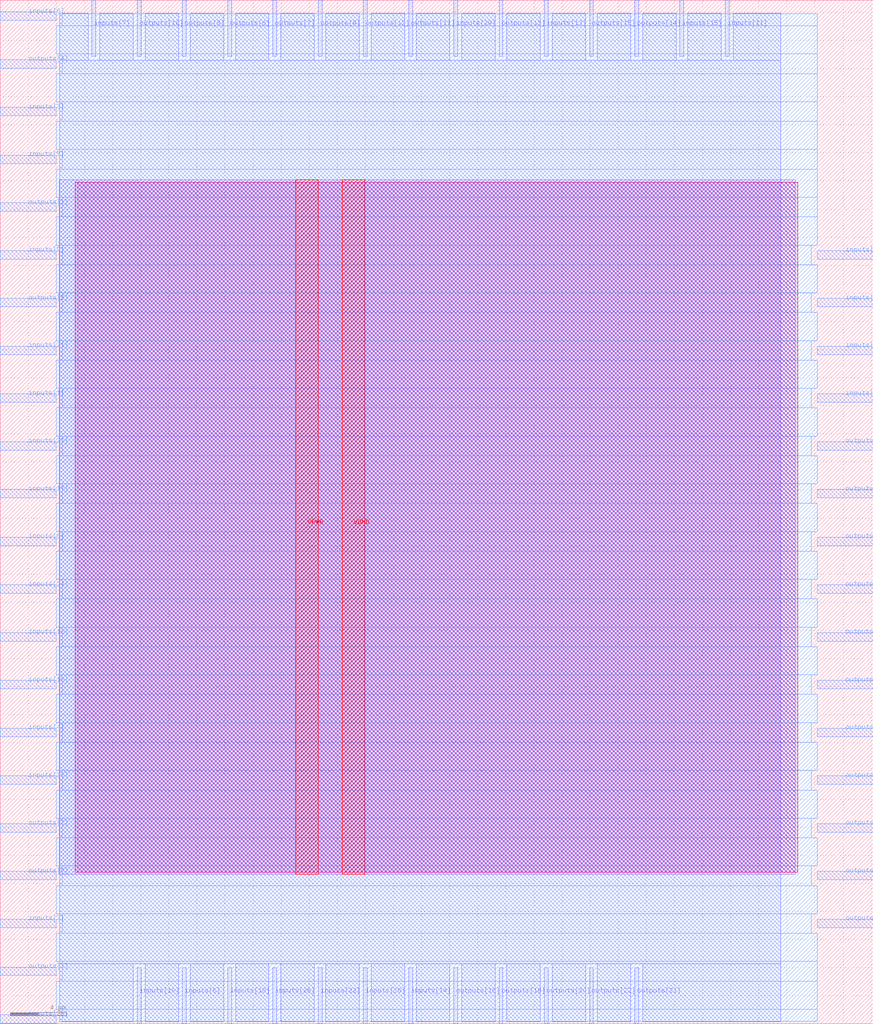
<source format=lef>
VERSION 5.7 ;
  NOWIREEXTENSIONATPIN ON ;
  DIVIDERCHAR "/" ;
  BUSBITCHARS "[]" ;
MACRO expmob1
  CLASS BLOCK ;
  FOREIGN expmob1 ;
  ORIGIN 0.000 0.000 ;
  SIZE 62.150 BY 72.870 ;
  PIN VGND
    DIRECTION INOUT ;
    USE GROUND ;
    PORT
      LAYER met4 ;
        RECT 24.340 10.640 25.940 60.080 ;
    END
  END VGND
  PIN VPWR
    DIRECTION INOUT ;
    USE POWER ;
    PORT
      LAYER met4 ;
        RECT 21.040 10.640 22.640 60.080 ;
    END
  END VPWR
  PIN inputs[0]
    DIRECTION INPUT ;
    USE SIGNAL ;
    ANTENNAGATEAREA 0.247500 ;
    PORT
      LAYER met3 ;
        RECT 0.000 71.440 4.000 72.040 ;
    END
  END inputs[0]
  PIN inputs[10]
    DIRECTION INPUT ;
    USE SIGNAL ;
    ANTENNAGATEAREA 0.196500 ;
    PORT
      LAYER met2 ;
        RECT 9.750 0.000 10.030 4.000 ;
    END
  END inputs[10]
  PIN inputs[11]
    DIRECTION INPUT ;
    USE SIGNAL ;
    ANTENNAGATEAREA 0.196500 ;
    PORT
      LAYER met2 ;
        RECT 51.610 68.870 51.890 72.870 ;
    END
  END inputs[11]
  PIN inputs[12]
    DIRECTION INPUT ;
    USE SIGNAL ;
    ANTENNAGATEAREA 0.196500 ;
    PORT
      LAYER met3 ;
        RECT 0.000 27.240 4.000 27.840 ;
    END
  END inputs[12]
  PIN inputs[13]
    DIRECTION INPUT ;
    USE SIGNAL ;
    ANTENNAGATEAREA 0.196500 ;
    PORT
      LAYER met2 ;
        RECT 38.730 68.870 39.010 72.870 ;
    END
  END inputs[13]
  PIN inputs[14]
    DIRECTION INPUT ;
    USE SIGNAL ;
    ANTENNAGATEAREA 0.196500 ;
    PORT
      LAYER met2 ;
        RECT 29.070 0.000 29.350 4.000 ;
    END
  END inputs[14]
  PIN inputs[15]
    DIRECTION INPUT ;
    USE SIGNAL ;
    ANTENNAGATEAREA 0.196500 ;
    PORT
      LAYER met2 ;
        RECT 48.390 68.870 48.670 72.870 ;
    END
  END inputs[15]
  PIN inputs[16]
    DIRECTION INPUT ;
    USE SIGNAL ;
    ANTENNAGATEAREA 0.213000 ;
    PORT
      LAYER met3 ;
        RECT 0.000 23.840 4.000 24.440 ;
    END
  END inputs[16]
  PIN inputs[17]
    DIRECTION INPUT ;
    USE SIGNAL ;
    ANTENNAGATEAREA 0.213000 ;
    PORT
      LAYER met3 ;
        RECT 0.000 37.440 4.000 38.040 ;
    END
  END inputs[17]
  PIN inputs[18]
    DIRECTION INPUT ;
    USE SIGNAL ;
    ANTENNAGATEAREA 0.196500 ;
    PORT
      LAYER met2 ;
        RECT 16.190 0.000 16.470 4.000 ;
    END
  END inputs[18]
  PIN inputs[19]
    DIRECTION INPUT ;
    USE SIGNAL ;
    ANTENNAGATEAREA 0.196500 ;
    PORT
      LAYER met3 ;
        RECT 58.150 44.240 62.150 44.840 ;
    END
  END inputs[19]
  PIN inputs[1]
    DIRECTION INPUT ;
    USE SIGNAL ;
    ANTENNAGATEAREA 0.213000 ;
    PORT
      LAYER met3 ;
        RECT 0.000 44.240 4.000 44.840 ;
    END
  END inputs[1]
  PIN inputs[20]
    DIRECTION INPUT ;
    USE SIGNAL ;
    ANTENNAGATEAREA 0.196500 ;
    PORT
      LAYER met3 ;
        RECT 0.000 17.040 4.000 17.640 ;
    END
  END inputs[20]
  PIN inputs[21]
    DIRECTION INPUT ;
    USE SIGNAL ;
    ANTENNAGATEAREA 0.196500 ;
    PORT
      LAYER met3 ;
        RECT 0.000 47.640 4.000 48.240 ;
    END
  END inputs[21]
  PIN inputs[22]
    DIRECTION INPUT ;
    USE SIGNAL ;
    ANTENNAGATEAREA 0.196500 ;
    PORT
      LAYER met2 ;
        RECT 22.630 0.000 22.910 4.000 ;
    END
  END inputs[22]
  PIN inputs[23]
    DIRECTION INPUT ;
    USE SIGNAL ;
    ANTENNAGATEAREA 0.196500 ;
    PORT
      LAYER met3 ;
        RECT 58.150 51.040 62.150 51.640 ;
    END
  END inputs[23]
  PIN inputs[24]
    DIRECTION INPUT ;
    USE SIGNAL ;
    ANTENNAGATEAREA 0.196500 ;
    PORT
      LAYER met3 ;
        RECT 0.000 30.640 4.000 31.240 ;
    END
  END inputs[24]
  PIN inputs[25]
    DIRECTION INPUT ;
    USE SIGNAL ;
    ANTENNAGATEAREA 0.196500 ;
    PORT
      LAYER met3 ;
        RECT 0.000 40.840 4.000 41.440 ;
    END
  END inputs[25]
  PIN inputs[26]
    DIRECTION INPUT ;
    USE SIGNAL ;
    ANTENNAGATEAREA 0.196500 ;
    PORT
      LAYER met2 ;
        RECT 19.410 0.000 19.690 4.000 ;
    END
  END inputs[26]
  PIN inputs[27]
    DIRECTION INPUT ;
    USE SIGNAL ;
    ANTENNAGATEAREA 0.196500 ;
    PORT
      LAYER met3 ;
        RECT 58.150 47.640 62.150 48.240 ;
    END
  END inputs[27]
  PIN inputs[28]
    DIRECTION INPUT ;
    USE SIGNAL ;
    ANTENNAGATEAREA 0.196500 ;
    PORT
      LAYER met3 ;
        RECT 0.000 0.040 4.000 0.640 ;
    END
  END inputs[28]
  PIN inputs[29]
    DIRECTION INPUT ;
    USE SIGNAL ;
    ANTENNAGATEAREA 0.196500 ;
    PORT
      LAYER met2 ;
        RECT 32.290 68.870 32.570 72.870 ;
    END
  END inputs[29]
  PIN inputs[2]
    DIRECTION INPUT ;
    USE SIGNAL ;
    ANTENNAGATEAREA 0.159000 ;
    PORT
      LAYER met3 ;
        RECT 0.000 6.840 4.000 7.440 ;
    END
  END inputs[2]
  PIN inputs[30]
    DIRECTION INPUT ;
    USE SIGNAL ;
    ANTENNAGATEAREA 0.196500 ;
    PORT
      LAYER met2 ;
        RECT 25.850 0.000 26.130 4.000 ;
    END
  END inputs[30]
  PIN inputs[31]
    DIRECTION INPUT ;
    USE SIGNAL ;
    ANTENNAGATEAREA 0.196500 ;
    PORT
      LAYER met3 ;
        RECT 58.150 54.440 62.150 55.040 ;
    END
  END inputs[31]
  PIN inputs[3]
    DIRECTION INPUT ;
    USE SIGNAL ;
    ANTENNAGATEAREA 0.159000 ;
    PORT
      LAYER met3 ;
        RECT 0.000 64.640 4.000 65.240 ;
    END
  END inputs[3]
  PIN inputs[4]
    DIRECTION INPUT ;
    USE SIGNAL ;
    ANTENNAGATEAREA 0.213000 ;
    PORT
      LAYER met3 ;
        RECT 0.000 20.440 4.000 21.040 ;
    END
  END inputs[4]
  PIN inputs[5]
    DIRECTION INPUT ;
    USE SIGNAL ;
    ANTENNAGATEAREA 0.126000 ;
    PORT
      LAYER met3 ;
        RECT 0.000 61.240 4.000 61.840 ;
    END
  END inputs[5]
  PIN inputs[6]
    DIRECTION INPUT ;
    USE SIGNAL ;
    ANTENNAGATEAREA 0.213000 ;
    PORT
      LAYER met2 ;
        RECT 12.970 0.000 13.250 4.000 ;
    END
  END inputs[6]
  PIN inputs[7]
    DIRECTION INPUT ;
    USE SIGNAL ;
    ANTENNAGATEAREA 0.126000 ;
    PORT
      LAYER met2 ;
        RECT 6.530 68.870 6.810 72.870 ;
    END
  END inputs[7]
  PIN inputs[8]
    DIRECTION INPUT ;
    USE SIGNAL ;
    ANTENNAGATEAREA 0.213000 ;
    PORT
      LAYER met3 ;
        RECT 0.000 34.040 4.000 34.640 ;
    END
  END inputs[8]
  PIN inputs[9]
    DIRECTION INPUT ;
    USE SIGNAL ;
    ANTENNAGATEAREA 0.213000 ;
    PORT
      LAYER met3 ;
        RECT 0.000 54.440 4.000 55.040 ;
    END
  END inputs[9]
  PIN outputs[0]
    DIRECTION OUTPUT ;
    USE SIGNAL ;
    ANTENNADIFFAREA 0.445500 ;
    PORT
      LAYER met3 ;
        RECT 0.000 10.240 4.000 10.840 ;
    END
  END outputs[0]
  PIN outputs[10]
    DIRECTION OUTPUT ;
    USE SIGNAL ;
    ANTENNADIFFAREA 0.445500 ;
    PORT
      LAYER met2 ;
        RECT 9.750 68.870 10.030 72.870 ;
    END
  END outputs[10]
  PIN outputs[11]
    DIRECTION OUTPUT ;
    USE SIGNAL ;
    ANTENNADIFFAREA 0.445500 ;
    PORT
      LAYER met2 ;
        RECT 29.070 68.870 29.350 72.870 ;
    END
  END outputs[11]
  PIN outputs[12]
    DIRECTION OUTPUT ;
    USE SIGNAL ;
    ANTENNADIFFAREA 0.445500 ;
    PORT
      LAYER met2 ;
        RECT 25.850 68.870 26.130 72.870 ;
    END
  END outputs[12]
  PIN outputs[13]
    DIRECTION OUTPUT ;
    USE SIGNAL ;
    ANTENNADIFFAREA 0.445500 ;
    PORT
      LAYER met2 ;
        RECT 35.510 68.870 35.790 72.870 ;
    END
  END outputs[13]
  PIN outputs[14]
    DIRECTION OUTPUT ;
    USE SIGNAL ;
    ANTENNADIFFAREA 0.445500 ;
    PORT
      LAYER met2 ;
        RECT 45.170 68.870 45.450 72.870 ;
    END
  END outputs[14]
  PIN outputs[15]
    DIRECTION OUTPUT ;
    USE SIGNAL ;
    ANTENNADIFFAREA 0.445500 ;
    PORT
      LAYER met2 ;
        RECT 41.950 68.870 42.230 72.870 ;
    END
  END outputs[15]
  PIN outputs[16]
    DIRECTION OUTPUT ;
    USE SIGNAL ;
    ANTENNADIFFAREA 0.445500 ;
    PORT
      LAYER met2 ;
        RECT 32.290 0.000 32.570 4.000 ;
    END
  END outputs[16]
  PIN outputs[17]
    DIRECTION OUTPUT ;
    USE SIGNAL ;
    ANTENNADIFFAREA 0.445500 ;
    PORT
      LAYER met3 ;
        RECT 58.150 27.240 62.150 27.840 ;
    END
  END outputs[17]
  PIN outputs[18]
    DIRECTION OUTPUT ;
    USE SIGNAL ;
    ANTENNADIFFAREA 0.445500 ;
    PORT
      LAYER met2 ;
        RECT 35.510 0.000 35.790 4.000 ;
    END
  END outputs[18]
  PIN outputs[19]
    DIRECTION OUTPUT ;
    USE SIGNAL ;
    ANTENNADIFFAREA 0.445500 ;
    PORT
      LAYER met3 ;
        RECT 58.150 23.840 62.150 24.440 ;
    END
  END outputs[19]
  PIN outputs[1]
    DIRECTION OUTPUT ;
    USE SIGNAL ;
    ANTENNADIFFAREA 0.445500 ;
    PORT
      LAYER met3 ;
        RECT 0.000 57.840 4.000 58.440 ;
    END
  END outputs[1]
  PIN outputs[20]
    DIRECTION OUTPUT ;
    USE SIGNAL ;
    ANTENNADIFFAREA 0.445500 ;
    PORT
      LAYER met2 ;
        RECT 38.730 0.000 39.010 4.000 ;
    END
  END outputs[20]
  PIN outputs[21]
    DIRECTION OUTPUT ;
    USE SIGNAL ;
    ANTENNADIFFAREA 0.445500 ;
    PORT
      LAYER met2 ;
        RECT 45.170 0.000 45.450 4.000 ;
    END
  END outputs[21]
  PIN outputs[22]
    DIRECTION OUTPUT ;
    USE SIGNAL ;
    ANTENNADIFFAREA 0.445500 ;
    PORT
      LAYER met2 ;
        RECT 41.950 0.000 42.230 4.000 ;
    END
  END outputs[22]
  PIN outputs[23]
    DIRECTION OUTPUT ;
    USE SIGNAL ;
    ANTENNADIFFAREA 0.445500 ;
    PORT
      LAYER met3 ;
        RECT 58.150 6.840 62.150 7.440 ;
    END
  END outputs[23]
  PIN outputs[24]
    DIRECTION OUTPUT ;
    USE SIGNAL ;
    ANTENNADIFFAREA 0.445500 ;
    PORT
      LAYER met3 ;
        RECT 58.150 30.640 62.150 31.240 ;
    END
  END outputs[24]
  PIN outputs[25]
    DIRECTION OUTPUT ;
    USE SIGNAL ;
    ANTENNADIFFAREA 0.445500 ;
    PORT
      LAYER met3 ;
        RECT 58.150 40.840 62.150 41.440 ;
    END
  END outputs[25]
  PIN outputs[26]
    DIRECTION OUTPUT ;
    USE SIGNAL ;
    ANTENNADIFFAREA 0.445500 ;
    PORT
      LAYER met3 ;
        RECT 58.150 34.040 62.150 34.640 ;
    END
  END outputs[26]
  PIN outputs[27]
    DIRECTION OUTPUT ;
    USE SIGNAL ;
    ANTENNADIFFAREA 0.445500 ;
    PORT
      LAYER met3 ;
        RECT 58.150 37.440 62.150 38.040 ;
    END
  END outputs[27]
  PIN outputs[28]
    DIRECTION OUTPUT ;
    USE SIGNAL ;
    ANTENNADIFFAREA 0.445500 ;
    PORT
      LAYER met3 ;
        RECT 58.150 13.640 62.150 14.240 ;
    END
  END outputs[28]
  PIN outputs[29]
    DIRECTION OUTPUT ;
    USE SIGNAL ;
    ANTENNADIFFAREA 0.445500 ;
    PORT
      LAYER met3 ;
        RECT 58.150 10.240 62.150 10.840 ;
    END
  END outputs[29]
  PIN outputs[2]
    DIRECTION OUTPUT ;
    USE SIGNAL ;
    ANTENNADIFFAREA 0.445500 ;
    PORT
      LAYER met3 ;
        RECT 0.000 13.640 4.000 14.240 ;
    END
  END outputs[2]
  PIN outputs[30]
    DIRECTION OUTPUT ;
    USE SIGNAL ;
    ANTENNADIFFAREA 0.445500 ;
    PORT
      LAYER met3 ;
        RECT 58.150 20.440 62.150 21.040 ;
    END
  END outputs[30]
  PIN outputs[31]
    DIRECTION OUTPUT ;
    USE SIGNAL ;
    ANTENNADIFFAREA 0.445500 ;
    PORT
      LAYER met3 ;
        RECT 58.150 17.040 62.150 17.640 ;
    END
  END outputs[31]
  PIN outputs[3]
    DIRECTION OUTPUT ;
    USE SIGNAL ;
    ANTENNADIFFAREA 0.445500 ;
    PORT
      LAYER met3 ;
        RECT 0.000 3.440 4.000 4.040 ;
    END
  END outputs[3]
  PIN outputs[4]
    DIRECTION OUTPUT ;
    USE SIGNAL ;
    ANTENNADIFFAREA 0.445500 ;
    PORT
      LAYER met3 ;
        RECT 0.000 68.040 4.000 68.640 ;
    END
  END outputs[4]
  PIN outputs[5]
    DIRECTION OUTPUT ;
    USE SIGNAL ;
    ANTENNADIFFAREA 0.445500 ;
    PORT
      LAYER met3 ;
        RECT 0.000 51.040 4.000 51.640 ;
    END
  END outputs[5]
  PIN outputs[6]
    DIRECTION OUTPUT ;
    USE SIGNAL ;
    ANTENNADIFFAREA 0.445500 ;
    PORT
      LAYER met2 ;
        RECT 16.190 68.870 16.470 72.870 ;
    END
  END outputs[6]
  PIN outputs[7]
    DIRECTION OUTPUT ;
    USE SIGNAL ;
    ANTENNADIFFAREA 0.445500 ;
    PORT
      LAYER met2 ;
        RECT 19.410 68.870 19.690 72.870 ;
    END
  END outputs[7]
  PIN outputs[8]
    DIRECTION OUTPUT ;
    USE SIGNAL ;
    ANTENNADIFFAREA 0.445500 ;
    PORT
      LAYER met2 ;
        RECT 12.970 68.870 13.250 72.870 ;
    END
  END outputs[8]
  PIN outputs[9]
    DIRECTION OUTPUT ;
    USE SIGNAL ;
    ANTENNADIFFAREA 0.445500 ;
    PORT
      LAYER met2 ;
        RECT 22.630 68.870 22.910 72.870 ;
    END
  END outputs[9]
  OBS
      LAYER nwell ;
        RECT 5.330 10.795 56.770 59.925 ;
      LAYER li1 ;
        RECT 5.520 10.795 56.580 59.925 ;
      LAYER met1 ;
        RECT 4.210 10.640 56.580 60.080 ;
      LAYER met2 ;
        RECT 4.230 68.590 6.250 71.925 ;
        RECT 7.090 68.590 9.470 71.925 ;
        RECT 10.310 68.590 12.690 71.925 ;
        RECT 13.530 68.590 15.910 71.925 ;
        RECT 16.750 68.590 19.130 71.925 ;
        RECT 19.970 68.590 22.350 71.925 ;
        RECT 23.190 68.590 25.570 71.925 ;
        RECT 26.410 68.590 28.790 71.925 ;
        RECT 29.630 68.590 32.010 71.925 ;
        RECT 32.850 68.590 35.230 71.925 ;
        RECT 36.070 68.590 38.450 71.925 ;
        RECT 39.290 68.590 41.670 71.925 ;
        RECT 42.510 68.590 44.890 71.925 ;
        RECT 45.730 68.590 48.110 71.925 ;
        RECT 48.950 68.590 51.330 71.925 ;
        RECT 52.170 68.590 55.570 71.925 ;
        RECT 4.230 4.280 55.570 68.590 ;
        RECT 4.230 0.155 9.470 4.280 ;
        RECT 10.310 0.155 12.690 4.280 ;
        RECT 13.530 0.155 15.910 4.280 ;
        RECT 16.750 0.155 19.130 4.280 ;
        RECT 19.970 0.155 22.350 4.280 ;
        RECT 23.190 0.155 25.570 4.280 ;
        RECT 26.410 0.155 28.790 4.280 ;
        RECT 29.630 0.155 32.010 4.280 ;
        RECT 32.850 0.155 35.230 4.280 ;
        RECT 36.070 0.155 38.450 4.280 ;
        RECT 39.290 0.155 41.670 4.280 ;
        RECT 42.510 0.155 44.890 4.280 ;
        RECT 45.730 0.155 55.570 4.280 ;
      LAYER met3 ;
        RECT 4.400 71.040 58.150 71.905 ;
        RECT 3.990 69.040 58.150 71.040 ;
        RECT 4.400 67.640 58.150 69.040 ;
        RECT 3.990 65.640 58.150 67.640 ;
        RECT 4.400 64.240 58.150 65.640 ;
        RECT 3.990 62.240 58.150 64.240 ;
        RECT 4.400 60.840 58.150 62.240 ;
        RECT 3.990 58.840 58.150 60.840 ;
        RECT 4.400 57.440 58.150 58.840 ;
        RECT 3.990 55.440 58.150 57.440 ;
        RECT 4.400 54.040 57.750 55.440 ;
        RECT 3.990 52.040 58.150 54.040 ;
        RECT 4.400 50.640 57.750 52.040 ;
        RECT 3.990 48.640 58.150 50.640 ;
        RECT 4.400 47.240 57.750 48.640 ;
        RECT 3.990 45.240 58.150 47.240 ;
        RECT 4.400 43.840 57.750 45.240 ;
        RECT 3.990 41.840 58.150 43.840 ;
        RECT 4.400 40.440 57.750 41.840 ;
        RECT 3.990 38.440 58.150 40.440 ;
        RECT 4.400 37.040 57.750 38.440 ;
        RECT 3.990 35.040 58.150 37.040 ;
        RECT 4.400 33.640 57.750 35.040 ;
        RECT 3.990 31.640 58.150 33.640 ;
        RECT 4.400 30.240 57.750 31.640 ;
        RECT 3.990 28.240 58.150 30.240 ;
        RECT 4.400 26.840 57.750 28.240 ;
        RECT 3.990 24.840 58.150 26.840 ;
        RECT 4.400 23.440 57.750 24.840 ;
        RECT 3.990 21.440 58.150 23.440 ;
        RECT 4.400 20.040 57.750 21.440 ;
        RECT 3.990 18.040 58.150 20.040 ;
        RECT 4.400 16.640 57.750 18.040 ;
        RECT 3.990 14.640 58.150 16.640 ;
        RECT 4.400 13.240 57.750 14.640 ;
        RECT 3.990 11.240 58.150 13.240 ;
        RECT 4.400 9.840 57.750 11.240 ;
        RECT 3.990 7.840 58.150 9.840 ;
        RECT 4.400 6.440 57.750 7.840 ;
        RECT 3.990 4.440 58.150 6.440 ;
        RECT 4.400 3.040 58.150 4.440 ;
        RECT 3.990 1.040 58.150 3.040 ;
        RECT 4.400 0.175 58.150 1.040 ;
  END
END expmob1
END LIBRARY


</source>
